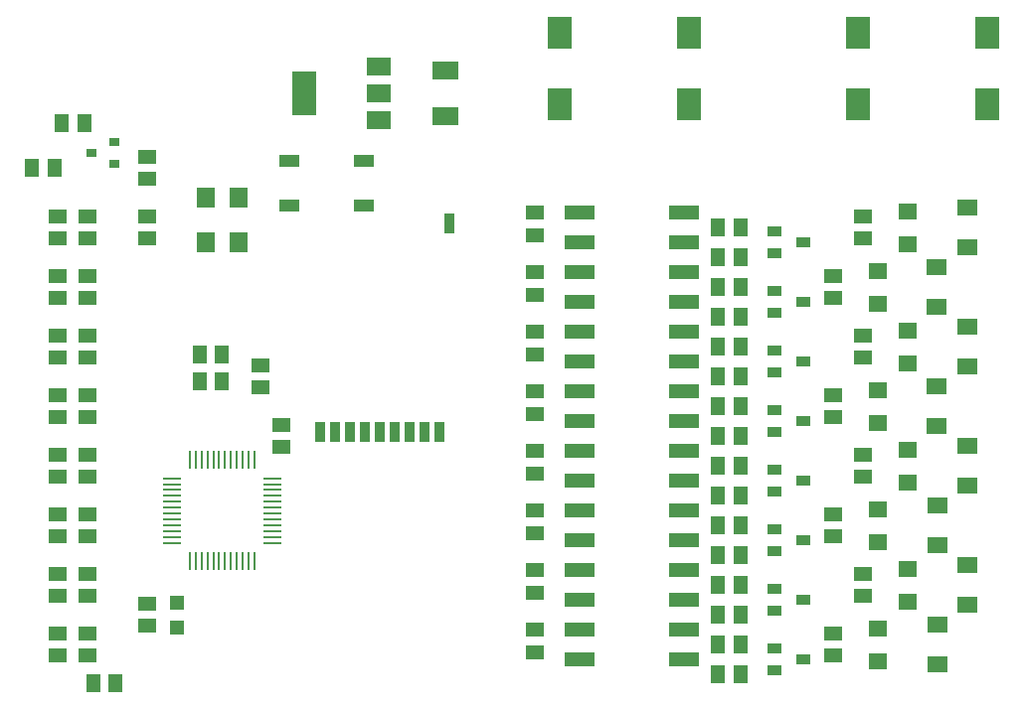
<source format=gtp>
G75*
%MOIN*%
%OFA0B0*%
%FSLAX25Y25*%
%IPPOS*%
%LPD*%
%AMOC8*
5,1,8,0,0,1.08239X$1,22.5*
%
%ADD10R,0.05906X0.05118*%
%ADD11R,0.00984X0.05906*%
%ADD12R,0.05906X0.00984*%
%ADD13R,0.07874X0.05906*%
%ADD14R,0.07874X0.14961*%
%ADD15R,0.06299X0.07087*%
%ADD16R,0.05118X0.05906*%
%ADD17R,0.08661X0.06299*%
%ADD18R,0.03543X0.03150*%
%ADD19R,0.04724X0.03543*%
%ADD20R,0.07087X0.05512*%
%ADD21R,0.07874X0.10630*%
%ADD22R,0.04724X0.04724*%
%ADD23R,0.06299X0.05512*%
%ADD24R,0.06693X0.03937*%
%ADD25R,0.03600X0.07000*%
%ADD26R,0.10000X0.05000*%
D10*
X0041500Y0036327D03*
X0041500Y0043808D03*
X0051500Y0043808D03*
X0051500Y0036327D03*
X0071500Y0046327D03*
X0071500Y0053808D03*
X0051500Y0056327D03*
X0041500Y0056327D03*
X0041500Y0063808D03*
X0051500Y0063808D03*
X0051500Y0076327D03*
X0041500Y0076327D03*
X0041500Y0083808D03*
X0051500Y0083808D03*
X0051500Y0096327D03*
X0041500Y0096327D03*
X0041500Y0103808D03*
X0051500Y0103808D03*
X0051500Y0116327D03*
X0051500Y0123808D03*
X0041500Y0123808D03*
X0041500Y0116327D03*
X0041500Y0136327D03*
X0051500Y0136327D03*
X0051500Y0143808D03*
X0041500Y0143808D03*
X0041500Y0156327D03*
X0051500Y0156327D03*
X0051500Y0163808D03*
X0041500Y0163808D03*
X0041500Y0176327D03*
X0051500Y0176327D03*
X0051500Y0183808D03*
X0041500Y0183808D03*
X0071500Y0183808D03*
X0071500Y0176327D03*
X0071500Y0196327D03*
X0071500Y0203808D03*
X0109500Y0133808D03*
X0109500Y0126327D03*
X0116500Y0113808D03*
X0116500Y0106327D03*
X0201500Y0105058D03*
X0201500Y0097577D03*
X0201500Y0085058D03*
X0201500Y0077577D03*
X0201500Y0065058D03*
X0201500Y0057577D03*
X0201500Y0045058D03*
X0201500Y0037577D03*
X0301500Y0036327D03*
X0301500Y0043808D03*
X0311500Y0056327D03*
X0311500Y0063808D03*
X0301500Y0076327D03*
X0301500Y0083808D03*
X0311500Y0096327D03*
X0311500Y0103808D03*
X0301500Y0116327D03*
X0301500Y0123808D03*
X0311500Y0136327D03*
X0311500Y0143808D03*
X0301500Y0156327D03*
X0301500Y0163808D03*
X0311500Y0176327D03*
X0311500Y0183808D03*
X0201500Y0185058D03*
X0201500Y0177577D03*
X0201500Y0165058D03*
X0201500Y0157577D03*
X0201500Y0145058D03*
X0201500Y0137577D03*
X0201500Y0125058D03*
X0201500Y0117577D03*
D11*
X0107327Y0101997D03*
X0105358Y0101997D03*
X0103390Y0101997D03*
X0101421Y0101997D03*
X0099453Y0101997D03*
X0097484Y0101997D03*
X0095516Y0101997D03*
X0093547Y0101997D03*
X0091579Y0101997D03*
X0089610Y0101997D03*
X0087642Y0101997D03*
X0085673Y0101997D03*
X0085673Y0068138D03*
X0087642Y0068138D03*
X0089610Y0068138D03*
X0091579Y0068138D03*
X0093547Y0068138D03*
X0095516Y0068138D03*
X0097484Y0068138D03*
X0099453Y0068138D03*
X0101421Y0068138D03*
X0103390Y0068138D03*
X0105358Y0068138D03*
X0107327Y0068138D03*
D12*
X0113429Y0074241D03*
X0113429Y0076209D03*
X0113429Y0078178D03*
X0113429Y0080146D03*
X0113429Y0082115D03*
X0113429Y0084083D03*
X0113429Y0086052D03*
X0113429Y0088020D03*
X0113429Y0089989D03*
X0113429Y0091957D03*
X0113429Y0093926D03*
X0113429Y0095894D03*
X0079571Y0095894D03*
X0079571Y0093926D03*
X0079571Y0091957D03*
X0079571Y0089989D03*
X0079571Y0088020D03*
X0079571Y0086052D03*
X0079571Y0084083D03*
X0079571Y0082115D03*
X0079571Y0080146D03*
X0079571Y0078178D03*
X0079571Y0076209D03*
X0079571Y0074241D03*
D13*
X0148902Y0216012D03*
X0148902Y0225067D03*
X0148902Y0234123D03*
D14*
X0124098Y0225067D03*
D15*
X0102012Y0190067D03*
X0090988Y0190067D03*
X0090988Y0175067D03*
X0102012Y0175067D03*
D16*
X0096492Y0137567D03*
X0089012Y0137567D03*
X0089012Y0128312D03*
X0096492Y0128312D03*
X0040240Y0200067D03*
X0032760Y0200067D03*
X0042760Y0215067D03*
X0050240Y0215067D03*
X0262760Y0180067D03*
X0270240Y0180067D03*
X0270240Y0170067D03*
X0262760Y0170067D03*
X0262760Y0160067D03*
X0270240Y0160067D03*
X0270240Y0150067D03*
X0262760Y0150067D03*
X0262760Y0140067D03*
X0270240Y0140067D03*
X0270240Y0130067D03*
X0262760Y0130067D03*
X0262760Y0120067D03*
X0270240Y0120067D03*
X0270240Y0110067D03*
X0262760Y0110067D03*
X0262760Y0100067D03*
X0270240Y0100067D03*
X0270240Y0090067D03*
X0262760Y0090067D03*
X0262760Y0080067D03*
X0270240Y0080067D03*
X0270240Y0070067D03*
X0262760Y0070067D03*
X0262760Y0060067D03*
X0270240Y0060067D03*
X0270240Y0050067D03*
X0262760Y0050067D03*
X0262760Y0040067D03*
X0270240Y0040067D03*
X0270240Y0030067D03*
X0262760Y0030067D03*
X0060740Y0027067D03*
X0053260Y0027067D03*
D17*
X0171500Y0217390D03*
X0171500Y0232745D03*
D18*
X0060437Y0208808D03*
X0060437Y0201327D03*
X0052563Y0205067D03*
D19*
X0281776Y0178808D03*
X0281776Y0171327D03*
X0291224Y0175067D03*
X0281776Y0158808D03*
X0281776Y0151327D03*
X0291224Y0155067D03*
X0281776Y0138808D03*
X0281776Y0131327D03*
X0291224Y0135067D03*
X0281776Y0118808D03*
X0281776Y0111327D03*
X0291224Y0115067D03*
X0281776Y0098808D03*
X0281776Y0091327D03*
X0291224Y0095067D03*
X0281776Y0078808D03*
X0281776Y0071327D03*
X0291224Y0075067D03*
X0281776Y0058808D03*
X0281776Y0051327D03*
X0291224Y0055067D03*
X0281776Y0038808D03*
X0281776Y0031327D03*
X0291224Y0035067D03*
D20*
X0336500Y0033375D03*
X0336500Y0046760D03*
X0346500Y0053375D03*
X0346500Y0066760D03*
X0336500Y0073375D03*
X0336500Y0086760D03*
X0346500Y0093375D03*
X0346500Y0106760D03*
X0336000Y0113375D03*
X0336000Y0126760D03*
X0346500Y0133375D03*
X0346500Y0146760D03*
X0336000Y0153375D03*
X0336000Y0166760D03*
X0346500Y0173375D03*
X0346500Y0186760D03*
D21*
X0353154Y0221367D03*
X0353154Y0245382D03*
X0309846Y0245382D03*
X0309846Y0221367D03*
X0253154Y0221367D03*
X0253154Y0245382D03*
X0209846Y0245382D03*
X0209846Y0221367D03*
D22*
X0081500Y0054201D03*
X0081500Y0045934D03*
D23*
X0316500Y0045579D03*
X0326500Y0054556D03*
X0326500Y0065579D03*
X0316500Y0074556D03*
X0316500Y0085579D03*
X0326500Y0094556D03*
X0326500Y0105579D03*
X0316500Y0114556D03*
X0316500Y0125579D03*
X0326500Y0134556D03*
X0326500Y0145579D03*
X0316500Y0154556D03*
X0316500Y0165579D03*
X0326500Y0174556D03*
X0326500Y0185579D03*
X0316500Y0034556D03*
D24*
X0143902Y0187587D03*
X0143902Y0202548D03*
X0119098Y0202548D03*
X0119098Y0187587D03*
D25*
X0172625Y0181317D03*
X0169500Y0111317D03*
X0164500Y0111317D03*
X0159500Y0111317D03*
X0154500Y0111317D03*
X0149500Y0111317D03*
X0144500Y0111317D03*
X0139500Y0111317D03*
X0134500Y0111317D03*
X0129500Y0111317D03*
D26*
X0216500Y0115067D03*
X0216500Y0105067D03*
X0216500Y0095067D03*
X0216500Y0085067D03*
X0216500Y0075067D03*
X0216500Y0065067D03*
X0216500Y0055067D03*
X0216500Y0045067D03*
X0216500Y0035067D03*
X0251500Y0035067D03*
X0251500Y0045067D03*
X0251500Y0055067D03*
X0251500Y0065067D03*
X0251500Y0075067D03*
X0251500Y0085067D03*
X0251500Y0095067D03*
X0251500Y0105067D03*
X0251500Y0115067D03*
X0251500Y0125067D03*
X0251500Y0135067D03*
X0251500Y0145067D03*
X0251500Y0155067D03*
X0251500Y0165067D03*
X0251500Y0175067D03*
X0251500Y0185067D03*
X0216500Y0185067D03*
X0216500Y0175067D03*
X0216500Y0165067D03*
X0216500Y0155067D03*
X0216500Y0145067D03*
X0216500Y0135067D03*
X0216500Y0125067D03*
M02*

</source>
